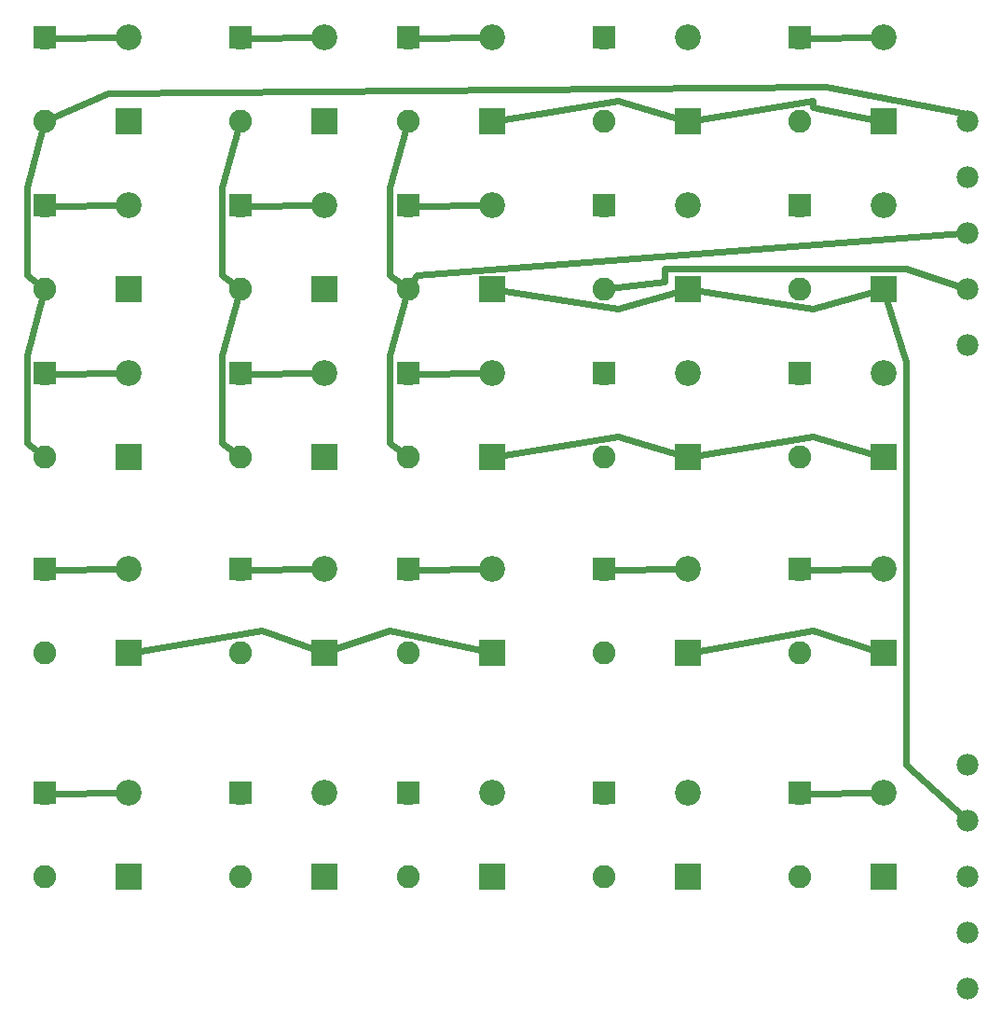
<source format=gtl>
G04 MADE WITH FRITZING*
G04 WWW.FRITZING.ORG*
G04 DOUBLE SIDED*
G04 HOLES PLATED*
G04 CONTOUR ON CENTER OF CONTOUR VECTOR*
%ASAXBY*%
%FSLAX23Y23*%
%MOIN*%
%OFA0B0*%
%SFA1.0B1.0*%
%ADD10C,0.092000*%
%ADD11C,0.078000*%
%ADD12C,0.082000*%
%ADD13R,0.092000X0.092000*%
%ADD14R,0.082000X0.082000*%
%ADD15C,0.024000*%
%LNCOPPER1*%
G90*
G70*
G54D10*
X457Y555D03*
X457Y855D03*
X457Y1355D03*
X457Y1655D03*
X457Y2055D03*
X457Y2355D03*
X457Y2655D03*
X457Y2955D03*
X457Y3255D03*
X457Y3555D03*
X1157Y555D03*
X1157Y855D03*
X1157Y1355D03*
X1157Y1655D03*
X1157Y2055D03*
X1157Y2355D03*
X1157Y2655D03*
X1157Y2955D03*
X1157Y3255D03*
X1157Y3555D03*
X1757Y555D03*
X1757Y855D03*
X1757Y1355D03*
X1757Y1655D03*
X1757Y2055D03*
X1757Y2355D03*
X1757Y2655D03*
X1757Y2955D03*
X1757Y3255D03*
X1757Y3555D03*
X2457Y555D03*
X2457Y855D03*
X2457Y1355D03*
X2457Y1655D03*
X2457Y2055D03*
X2457Y2355D03*
X2457Y2655D03*
X2457Y2955D03*
X2457Y3255D03*
X2457Y3555D03*
X3157Y555D03*
X3157Y855D03*
X3157Y1355D03*
X3157Y1655D03*
X3157Y2055D03*
X3157Y2355D03*
X3157Y2655D03*
X3157Y2955D03*
X3157Y3255D03*
X3157Y3555D03*
G54D11*
X3457Y2455D03*
X3457Y2655D03*
X3457Y2855D03*
X3457Y3055D03*
X3457Y3255D03*
X3457Y155D03*
X3457Y355D03*
X3457Y555D03*
X3457Y755D03*
X3457Y955D03*
G54D12*
X2857Y853D03*
X2857Y555D03*
X2857Y1653D03*
X2857Y1355D03*
X2857Y2353D03*
X2857Y2055D03*
X2857Y2953D03*
X2857Y2655D03*
X2857Y3553D03*
X2857Y3255D03*
X2157Y853D03*
X2157Y555D03*
X2157Y1653D03*
X2157Y1355D03*
X2157Y2353D03*
X2157Y2055D03*
X2157Y2953D03*
X2157Y2655D03*
X2157Y3553D03*
X2157Y3255D03*
X1457Y853D03*
X1457Y555D03*
X1457Y1653D03*
X1457Y1355D03*
X1457Y2353D03*
X1457Y2055D03*
X1457Y2953D03*
X1457Y2655D03*
X1457Y3553D03*
X1457Y3255D03*
X857Y853D03*
X857Y555D03*
X857Y1653D03*
X857Y1355D03*
X857Y2353D03*
X857Y2055D03*
X857Y2953D03*
X857Y2655D03*
X857Y3553D03*
X857Y3255D03*
X157Y853D03*
X157Y555D03*
X157Y1653D03*
X157Y1355D03*
X157Y2353D03*
X157Y2055D03*
X157Y2953D03*
X157Y2655D03*
X157Y3553D03*
X157Y3255D03*
G54D13*
X457Y555D03*
X457Y1355D03*
X457Y2055D03*
X457Y2655D03*
X457Y3255D03*
X1157Y555D03*
X1157Y1355D03*
X1157Y2055D03*
X1157Y2655D03*
X1157Y3255D03*
X1757Y555D03*
X1757Y1355D03*
X1757Y2055D03*
X1757Y2655D03*
X1757Y3255D03*
X2457Y555D03*
X2457Y1355D03*
X2457Y2055D03*
X2457Y2655D03*
X2457Y3255D03*
X3157Y555D03*
X3157Y1355D03*
X3157Y2055D03*
X3157Y2655D03*
X3157Y3255D03*
G54D14*
X2857Y854D03*
X2857Y1654D03*
X2857Y2354D03*
X2857Y2954D03*
X2857Y3554D03*
X2157Y854D03*
X2157Y1654D03*
X2157Y2354D03*
X2157Y2954D03*
X2157Y3554D03*
X1457Y854D03*
X1457Y1654D03*
X1457Y2354D03*
X1457Y2954D03*
X1457Y3554D03*
X857Y854D03*
X857Y1654D03*
X857Y2354D03*
X857Y2954D03*
X857Y3554D03*
X157Y854D03*
X157Y1654D03*
X157Y2354D03*
X157Y2954D03*
X157Y3554D03*
G54D15*
X1131Y1655D02*
X878Y1653D01*
D02*
X178Y2353D02*
X431Y2355D01*
D02*
X178Y2953D02*
X431Y2955D01*
D02*
X3131Y3555D02*
X2878Y3553D01*
D02*
X3131Y1655D02*
X2878Y1653D01*
D02*
X1731Y2955D02*
X1478Y2953D01*
D02*
X1731Y3555D02*
X1478Y3553D01*
D02*
X1731Y1655D02*
X1478Y1653D01*
D02*
X1731Y2355D02*
X1478Y2353D01*
D02*
X178Y853D02*
X431Y855D01*
D02*
X178Y3553D02*
X431Y3555D01*
D02*
X2431Y1655D02*
X2178Y1653D01*
D02*
X878Y3553D02*
X1131Y3555D01*
D02*
X878Y2953D02*
X1131Y2955D01*
D02*
X3131Y855D02*
X2878Y853D01*
D02*
X1731Y1361D02*
X1391Y1434D01*
D02*
X178Y1653D02*
X431Y1655D01*
D02*
X1131Y2355D02*
X878Y2353D01*
D02*
X1391Y1434D02*
X1181Y1364D01*
D02*
X482Y1360D02*
X935Y1434D01*
D02*
X935Y1434D02*
X1132Y1364D01*
D02*
X2903Y1434D02*
X2482Y1360D01*
D02*
X3132Y1363D02*
X2903Y1434D01*
D02*
X2375Y2682D02*
X2178Y2658D01*
D02*
X2375Y2730D02*
X2375Y2682D01*
D02*
X3239Y2730D02*
X2375Y2730D01*
D02*
X3439Y2661D02*
X3239Y2730D01*
D02*
X2432Y2063D02*
X2207Y2130D01*
D02*
X2207Y2130D02*
X1782Y2060D01*
D02*
X2903Y2130D02*
X2482Y2060D01*
D02*
X3132Y2063D02*
X2903Y2130D01*
D02*
X2207Y2586D02*
X1782Y2651D01*
D02*
X2432Y2648D02*
X2207Y2586D01*
D02*
X2903Y2586D02*
X2482Y2651D01*
D02*
X3132Y2648D02*
X2903Y2586D01*
D02*
X3443Y768D02*
X3239Y954D01*
D02*
X3239Y2394D02*
X3165Y2630D01*
D02*
X3239Y954D02*
X3239Y2394D01*
D02*
X1440Y2068D02*
X1391Y2106D01*
D02*
X1391Y2418D02*
X1451Y2635D01*
D02*
X1391Y2106D02*
X1391Y2418D01*
D02*
X1391Y3018D02*
X1391Y2706D01*
D02*
X1451Y3235D02*
X1391Y3018D01*
D02*
X1391Y2706D02*
X1440Y2668D01*
D02*
X3438Y2854D02*
X1487Y2706D01*
D02*
X2207Y3330D02*
X1782Y3260D01*
D02*
X2432Y3263D02*
X2207Y3330D01*
D02*
X3131Y3260D02*
X2903Y3306D01*
D02*
X1487Y2706D02*
X1468Y2673D01*
D02*
X2903Y3330D02*
X2482Y3260D01*
D02*
X2903Y3306D02*
X2903Y3330D01*
D02*
X791Y2106D02*
X791Y2418D01*
D02*
X840Y2068D02*
X791Y2106D01*
D02*
X791Y2418D02*
X851Y2635D01*
D02*
X791Y2706D02*
X840Y2668D01*
D02*
X791Y3018D02*
X791Y2706D01*
D02*
X851Y3235D02*
X791Y3018D01*
D02*
X95Y2418D02*
X151Y2635D01*
D02*
X95Y2106D02*
X95Y2418D01*
D02*
X141Y2069D02*
X95Y2106D01*
D02*
X151Y3235D02*
X95Y3018D01*
D02*
X95Y2706D02*
X141Y2669D01*
D02*
X95Y3018D02*
X95Y2706D01*
D02*
X3455Y3282D02*
X2951Y3378D01*
D02*
X3456Y3274D02*
X3455Y3282D01*
D02*
X383Y3354D02*
X176Y3264D01*
D02*
X2951Y3378D02*
X383Y3354D01*
G04 End of Copper1*
M02*
</source>
